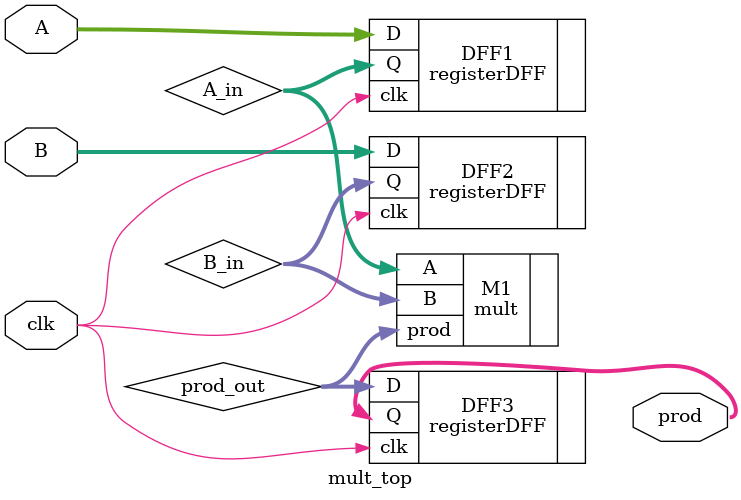
<source format=v>
module mult_top (
	input 		  clk,
	input  [24:0] A,
	input  [24:0] B,
	output [49:0] prod
);
	
wire [24:0]	A_in;
wire [24:0]	B_in;
wire [49:0] prod_out;

registerDFF #(.WIDTH(25)) DFF1(.clk(clk), .D(A),        .Q(A_in));
registerDFF #(.WIDTH(25)) DFF2(.clk(clk), .D(B),        .Q(B_in));
registerDFF #(.WIDTH(50)) DFF3(.clk(clk), .D(prod_out), .Q(prod));

mult M1(.A(A_in), .B(B_in), .prod(prod_out));

endmodule
</source>
